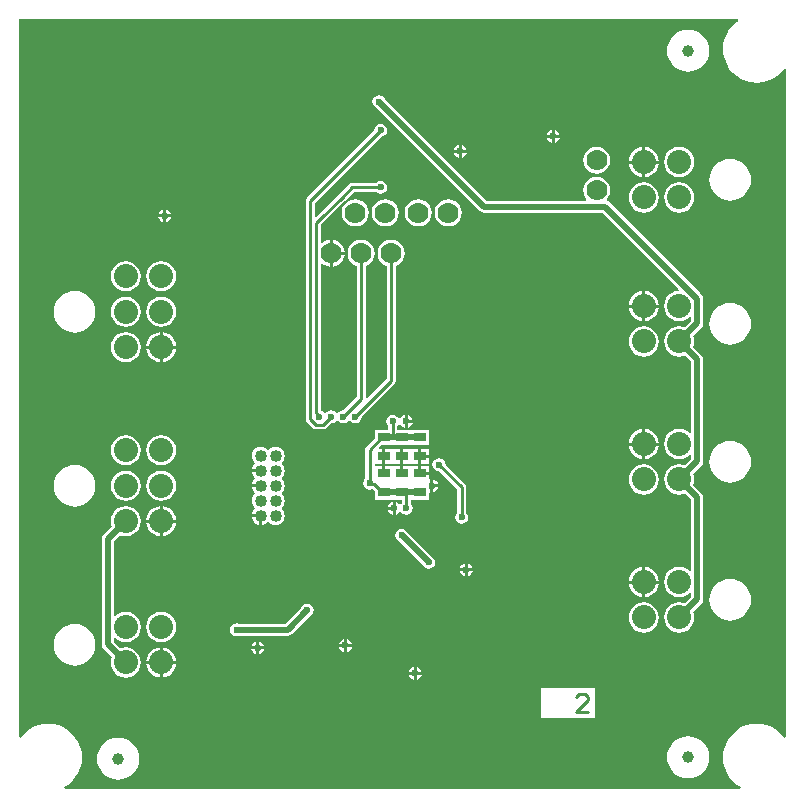
<source format=gbl>
G04*
G04 #@! TF.GenerationSoftware,Altium Limited,Altium Designer,20.1.14 (287)*
G04*
G04 Layer_Physical_Order=2*
G04 Layer_Color=16711680*
%FSLAX25Y25*%
%MOIN*%
G70*
G04*
G04 #@! TF.SameCoordinates,9EA74FF0-E2A0-47AC-9F38-8029312ED962*
G04*
G04*
G04 #@! TF.FilePolarity,Positive*
G04*
G01*
G75*
%ADD11C,0.01000*%
%ADD44C,0.03937*%
%ADD45R,0.04000X0.03000*%
%ADD56C,0.02000*%
%ADD57C,0.08000*%
%ADD58C,0.04000*%
%ADD59C,0.07000*%
%ADD60C,0.02362*%
G36*
X591682Y397019D02*
X591227Y396740D01*
X589881Y395590D01*
X588731Y394243D01*
X587805Y392733D01*
X587128Y391097D01*
X586714Y389376D01*
X586576Y387610D01*
X586714Y385845D01*
X587128Y384123D01*
X587805Y382487D01*
X588731Y380977D01*
X589881Y379631D01*
X591227Y378481D01*
X592737Y377555D01*
X594373Y376878D01*
X596095Y376464D01*
X597860Y376325D01*
X599626Y376464D01*
X601347Y376878D01*
X602983Y377555D01*
X604493Y378481D01*
X605840Y379631D01*
X606990Y380977D01*
X607019Y381024D01*
X607500Y380889D01*
Y158111D01*
X607019Y157976D01*
X606990Y158023D01*
X605840Y159369D01*
X604493Y160519D01*
X602983Y161445D01*
X601347Y162122D01*
X599626Y162536D01*
X597860Y162674D01*
X596095Y162536D01*
X594373Y162122D01*
X592737Y161445D01*
X591227Y160519D01*
X589881Y159369D01*
X588731Y158023D01*
X587805Y156513D01*
X587128Y154877D01*
X586714Y153155D01*
X586576Y151390D01*
X586714Y149624D01*
X587128Y147903D01*
X587805Y146267D01*
X588731Y144757D01*
X589881Y143410D01*
X591227Y142260D01*
X592468Y141500D01*
X592327Y141000D01*
X367173D01*
X367032Y141500D01*
X368273Y142260D01*
X369619Y143410D01*
X370769Y144757D01*
X371695Y146267D01*
X372372Y147903D01*
X372786Y149624D01*
X372924Y151390D01*
X372786Y153155D01*
X372372Y154877D01*
X371695Y156513D01*
X370769Y158023D01*
X369619Y159369D01*
X368273Y160519D01*
X366763Y161445D01*
X365127Y162122D01*
X363405Y162536D01*
X361640Y162674D01*
X359874Y162536D01*
X358153Y162122D01*
X356517Y161445D01*
X355007Y160519D01*
X353660Y159369D01*
X352510Y158023D01*
X352481Y157976D01*
X352000Y158111D01*
Y397500D01*
X591547D01*
X591682Y397019D01*
D02*
G37*
%LPC*%
G36*
X575000Y394034D02*
X573628Y393899D01*
X572308Y393498D01*
X571092Y392848D01*
X570026Y391974D01*
X569152Y390908D01*
X568502Y389692D01*
X568101Y388372D01*
X567966Y387000D01*
X568101Y385628D01*
X568502Y384308D01*
X569152Y383092D01*
X570026Y382026D01*
X571092Y381152D01*
X572308Y380502D01*
X573628Y380101D01*
X575000Y379966D01*
X576372Y380101D01*
X577692Y380502D01*
X578908Y381152D01*
X579974Y382026D01*
X580848Y383092D01*
X581498Y384308D01*
X581899Y385628D01*
X582034Y387000D01*
X581899Y388372D01*
X581498Y389692D01*
X580848Y390908D01*
X579974Y391974D01*
X578908Y392848D01*
X577692Y393498D01*
X576372Y393899D01*
X575000Y394034D01*
D02*
G37*
G36*
X530500Y360624D02*
Y359000D01*
X532124D01*
X532055Y359351D01*
X531572Y360072D01*
X530851Y360555D01*
X530500Y360624D01*
D02*
G37*
G36*
X529500D02*
X529149Y360555D01*
X528428Y360072D01*
X527945Y359351D01*
X527876Y359000D01*
X529500D01*
Y360624D01*
D02*
G37*
G36*
X472500Y362724D02*
X471649Y362555D01*
X470927Y362072D01*
X470445Y361351D01*
X470276Y360500D01*
X470286Y360449D01*
X447919Y338081D01*
X447587Y337585D01*
X447471Y337000D01*
Y264208D01*
X447587Y263623D01*
X447919Y263127D01*
X449808Y261238D01*
X450304Y260906D01*
X450889Y260789D01*
X453319D01*
X453904Y260906D01*
X454400Y261238D01*
X455949Y262786D01*
X456000Y262776D01*
X456851Y262945D01*
X457573Y263427D01*
X457750Y263693D01*
X458250D01*
X458427Y263427D01*
X459149Y262945D01*
X460000Y262776D01*
X460851Y262945D01*
X461573Y263427D01*
X461750Y263693D01*
X462250D01*
X462428Y263427D01*
X463149Y262945D01*
X464000Y262776D01*
X464851Y262945D01*
X465573Y263427D01*
X466055Y264149D01*
X466224Y265000D01*
X466214Y265051D01*
X477081Y275919D01*
X477413Y276415D01*
X477529Y277000D01*
Y315263D01*
X478269Y315569D01*
X479209Y316291D01*
X479931Y317231D01*
X480384Y318325D01*
X480539Y319500D01*
X480384Y320675D01*
X479931Y321769D01*
X479209Y322709D01*
X478269Y323431D01*
X477175Y323884D01*
X476000Y324039D01*
X474825Y323884D01*
X473731Y323431D01*
X472791Y322709D01*
X472069Y321769D01*
X471616Y320675D01*
X471461Y319500D01*
X471616Y318325D01*
X472069Y317231D01*
X472791Y316291D01*
X473731Y315569D01*
X474471Y315263D01*
Y277634D01*
X468029Y271192D01*
X467529Y271399D01*
Y315263D01*
X468269Y315569D01*
X469209Y316291D01*
X469931Y317231D01*
X470384Y318325D01*
X470539Y319500D01*
X470384Y320675D01*
X469931Y321769D01*
X469209Y322709D01*
X468269Y323431D01*
X467175Y323884D01*
X466000Y324039D01*
X464825Y323884D01*
X463731Y323431D01*
X462791Y322709D01*
X462069Y321769D01*
X461616Y320675D01*
X461461Y319500D01*
X461616Y318325D01*
X462069Y317231D01*
X462791Y316291D01*
X463731Y315569D01*
X464471Y315263D01*
Y271634D01*
X460051Y267214D01*
X460000Y267224D01*
X459149Y267055D01*
X458427Y266572D01*
X458250Y266307D01*
X457750D01*
X457573Y266572D01*
X456851Y267055D01*
X456000Y267224D01*
X455149Y267055D01*
X454427Y266572D01*
X454250Y266307D01*
X453750D01*
X453573Y266572D01*
X452851Y267055D01*
X452529Y267119D01*
Y315861D01*
X453029Y316107D01*
X453731Y315569D01*
X454825Y315116D01*
X455500Y315027D01*
Y319500D01*
Y323973D01*
X454825Y323884D01*
X453731Y323431D01*
X453029Y322893D01*
X452529Y323139D01*
Y328867D01*
X454081Y330419D01*
X454081Y330419D01*
X460581Y336918D01*
X460581Y336919D01*
X463633Y339971D01*
X470899D01*
X470927Y339928D01*
X471649Y339445D01*
X472500Y339276D01*
X473351Y339445D01*
X474073Y339928D01*
X474555Y340649D01*
X474724Y341500D01*
X474555Y342351D01*
X474073Y343073D01*
X473351Y343555D01*
X472500Y343724D01*
X471649Y343555D01*
X470927Y343073D01*
X470899Y343029D01*
X463000D01*
X462415Y342913D01*
X461919Y342581D01*
X458419Y339082D01*
X458419Y339081D01*
X451919Y332581D01*
X451919Y332581D01*
X450991Y331654D01*
X450529Y331846D01*
Y336367D01*
X472449Y358286D01*
X472500Y358276D01*
X473351Y358445D01*
X474073Y358927D01*
X474555Y359649D01*
X474724Y360500D01*
X474555Y361351D01*
X474073Y362072D01*
X473351Y362555D01*
X472500Y362724D01*
D02*
G37*
G36*
X532124Y358000D02*
X530500D01*
Y356376D01*
X530851Y356445D01*
X531572Y356927D01*
X532055Y357649D01*
X532124Y358000D01*
D02*
G37*
G36*
X529500D02*
X527876D01*
X527945Y357649D01*
X528428Y356927D01*
X529149Y356445D01*
X529500Y356376D01*
Y358000D01*
D02*
G37*
G36*
X499500Y355624D02*
Y354000D01*
X501124D01*
X501055Y354351D01*
X500572Y355072D01*
X499851Y355555D01*
X499500Y355624D01*
D02*
G37*
G36*
X498500D02*
X498149Y355555D01*
X497428Y355072D01*
X496945Y354351D01*
X496876Y354000D01*
X498500D01*
Y355624D01*
D02*
G37*
G36*
X501124Y353000D02*
X499500D01*
Y351376D01*
X499851Y351445D01*
X500572Y351927D01*
X501055Y352649D01*
X501124Y353000D01*
D02*
G37*
G36*
X498500D02*
X496876D01*
X496945Y352649D01*
X497428Y351927D01*
X498149Y351445D01*
X498500Y351376D01*
Y353000D01*
D02*
G37*
G36*
X560681Y354883D02*
Y350406D01*
X565158D01*
X565052Y351211D01*
X564549Y352427D01*
X563747Y353471D01*
X562703Y354273D01*
X561486Y354777D01*
X560681Y354883D01*
D02*
G37*
G36*
X559681Y354883D02*
X558876Y354777D01*
X557659Y354273D01*
X556615Y353471D01*
X555814Y352427D01*
X555310Y351211D01*
X555204Y350406D01*
X559681D01*
Y354883D01*
D02*
G37*
G36*
X544500Y355039D02*
X543325Y354884D01*
X542231Y354431D01*
X541291Y353709D01*
X540569Y352769D01*
X540116Y351675D01*
X539961Y350500D01*
X540116Y349325D01*
X540569Y348231D01*
X541291Y347291D01*
X542231Y346569D01*
X543325Y346116D01*
X544500Y345961D01*
X545675Y346116D01*
X546769Y346569D01*
X547709Y347291D01*
X548431Y348231D01*
X548884Y349325D01*
X549039Y350500D01*
X548884Y351675D01*
X548431Y352769D01*
X547709Y353709D01*
X546769Y354431D01*
X545675Y354884D01*
X544500Y355039D01*
D02*
G37*
G36*
X565158Y349406D02*
X560681D01*
Y344928D01*
X561486Y345034D01*
X562703Y345538D01*
X563747Y346340D01*
X564549Y347384D01*
X565052Y348600D01*
X565158Y349406D01*
D02*
G37*
G36*
X559681D02*
X555204D01*
X555310Y348600D01*
X555814Y347384D01*
X556615Y346340D01*
X557659Y345538D01*
X558876Y345034D01*
X559681Y344928D01*
Y349406D01*
D02*
G37*
G36*
X572000Y354949D02*
X570695Y354777D01*
X569478Y354273D01*
X568434Y353471D01*
X567632Y352427D01*
X567129Y351211D01*
X566957Y349905D01*
X567129Y348600D01*
X567632Y347384D01*
X568434Y346340D01*
X569478Y345538D01*
X570695Y345034D01*
X572000Y344862D01*
X573305Y345034D01*
X574522Y345538D01*
X575566Y346340D01*
X576368Y347384D01*
X576871Y348600D01*
X577043Y349905D01*
X576871Y351211D01*
X576368Y352427D01*
X575566Y353471D01*
X574522Y354273D01*
X573305Y354777D01*
X572000Y354949D01*
D02*
G37*
G36*
X589000Y350939D02*
X587646Y350806D01*
X586345Y350411D01*
X585145Y349769D01*
X584093Y348907D01*
X583230Y347855D01*
X582589Y346655D01*
X582194Y345354D01*
X582061Y344000D01*
X582194Y342646D01*
X582589Y341345D01*
X583230Y340145D01*
X584093Y339093D01*
X585145Y338230D01*
X586345Y337589D01*
X587646Y337194D01*
X589000Y337061D01*
X590354Y337194D01*
X591655Y337589D01*
X592855Y338230D01*
X593907Y339093D01*
X594769Y340145D01*
X595411Y341345D01*
X595806Y342646D01*
X595939Y344000D01*
X595806Y345354D01*
X595411Y346655D01*
X594769Y347855D01*
X593907Y348907D01*
X592855Y349769D01*
X591655Y350411D01*
X590354Y350806D01*
X589000Y350939D01*
D02*
G37*
G36*
X560181Y343138D02*
X558876Y342966D01*
X557659Y342462D01*
X556615Y341660D01*
X555814Y340616D01*
X555310Y339400D01*
X555138Y338094D01*
X555310Y336789D01*
X555814Y335573D01*
X556615Y334528D01*
X557659Y333727D01*
X558876Y333223D01*
X560181Y333051D01*
X561486Y333223D01*
X562703Y333727D01*
X563747Y334528D01*
X564549Y335573D01*
X565052Y336789D01*
X565224Y338094D01*
X565052Y339400D01*
X564549Y340616D01*
X563747Y341660D01*
X562703Y342462D01*
X561486Y342966D01*
X560181Y343138D01*
D02*
G37*
G36*
X572000Y343138D02*
X570695Y342966D01*
X569478Y342462D01*
X568434Y341660D01*
X567632Y340616D01*
X567129Y339400D01*
X566957Y338094D01*
X567129Y336789D01*
X567632Y335573D01*
X568434Y334528D01*
X569478Y333727D01*
X570695Y333223D01*
X572000Y333051D01*
X573305Y333223D01*
X574522Y333727D01*
X575566Y334528D01*
X576368Y335573D01*
X576871Y336789D01*
X577043Y338094D01*
X576871Y339400D01*
X576368Y340616D01*
X575566Y341660D01*
X574522Y342462D01*
X573305Y342966D01*
X572000Y343138D01*
D02*
G37*
G36*
X401000Y334124D02*
Y332500D01*
X402624D01*
X402555Y332851D01*
X402072Y333573D01*
X401351Y334055D01*
X401000Y334124D01*
D02*
G37*
G36*
X400000D02*
X399649Y334055D01*
X398927Y333573D01*
X398445Y332851D01*
X398376Y332500D01*
X400000D01*
Y334124D01*
D02*
G37*
G36*
X402624Y331500D02*
X401000D01*
Y329876D01*
X401351Y329945D01*
X402072Y330428D01*
X402555Y331149D01*
X402624Y331500D01*
D02*
G37*
G36*
X400000D02*
X398376D01*
X398445Y331149D01*
X398927Y330428D01*
X399649Y329945D01*
X400000Y329876D01*
Y331500D01*
D02*
G37*
G36*
X495000Y337539D02*
X493825Y337384D01*
X492731Y336931D01*
X491791Y336209D01*
X491069Y335269D01*
X490616Y334175D01*
X490461Y333000D01*
X490616Y331825D01*
X491069Y330731D01*
X491791Y329791D01*
X492731Y329069D01*
X493825Y328616D01*
X495000Y328461D01*
X496175Y328616D01*
X497269Y329069D01*
X498209Y329791D01*
X498931Y330731D01*
X499384Y331825D01*
X499539Y333000D01*
X499384Y334175D01*
X498931Y335269D01*
X498209Y336209D01*
X497269Y336931D01*
X496175Y337384D01*
X495000Y337539D01*
D02*
G37*
G36*
X485000D02*
X483825Y337384D01*
X482731Y336931D01*
X481791Y336209D01*
X481069Y335269D01*
X480616Y334175D01*
X480461Y333000D01*
X480616Y331825D01*
X481069Y330731D01*
X481791Y329791D01*
X482731Y329069D01*
X483825Y328616D01*
X485000Y328461D01*
X486175Y328616D01*
X487269Y329069D01*
X488209Y329791D01*
X488931Y330731D01*
X489384Y331825D01*
X489539Y333000D01*
X489384Y334175D01*
X488931Y335269D01*
X488209Y336209D01*
X487269Y336931D01*
X486175Y337384D01*
X485000Y337539D01*
D02*
G37*
G36*
X474000D02*
X472825Y337384D01*
X471731Y336931D01*
X470791Y336209D01*
X470069Y335269D01*
X469616Y334175D01*
X469461Y333000D01*
X469616Y331825D01*
X470069Y330731D01*
X470791Y329791D01*
X471731Y329069D01*
X472825Y328616D01*
X474000Y328461D01*
X475175Y328616D01*
X476269Y329069D01*
X477209Y329791D01*
X477931Y330731D01*
X478384Y331825D01*
X478539Y333000D01*
X478384Y334175D01*
X477931Y335269D01*
X477209Y336209D01*
X476269Y336931D01*
X475175Y337384D01*
X474000Y337539D01*
D02*
G37*
G36*
X464000D02*
X462825Y337384D01*
X461731Y336931D01*
X460791Y336209D01*
X460069Y335269D01*
X459616Y334175D01*
X459461Y333000D01*
X459616Y331825D01*
X460069Y330731D01*
X460791Y329791D01*
X461731Y329069D01*
X462825Y328616D01*
X464000Y328461D01*
X465175Y328616D01*
X466269Y329069D01*
X467209Y329791D01*
X467931Y330731D01*
X468384Y331825D01*
X468539Y333000D01*
X468384Y334175D01*
X467931Y335269D01*
X467209Y336209D01*
X466269Y336931D01*
X465175Y337384D01*
X464000Y337539D01*
D02*
G37*
G36*
X456500Y323973D02*
Y320000D01*
X460473D01*
X460384Y320675D01*
X459931Y321769D01*
X459209Y322709D01*
X458269Y323431D01*
X457175Y323884D01*
X456500Y323973D01*
D02*
G37*
G36*
X460473Y319000D02*
X456500D01*
Y315027D01*
X457175Y315116D01*
X458269Y315569D01*
X459209Y316291D01*
X459931Y317231D01*
X460384Y318325D01*
X460473Y319000D01*
D02*
G37*
G36*
X399319Y316854D02*
X398014Y316682D01*
X396797Y316178D01*
X395753Y315377D01*
X394951Y314333D01*
X394448Y313116D01*
X394276Y311811D01*
X394448Y310506D01*
X394951Y309289D01*
X395753Y308245D01*
X396797Y307443D01*
X398014Y306940D01*
X399319Y306768D01*
X400624Y306940D01*
X401840Y307443D01*
X402885Y308245D01*
X403686Y309289D01*
X404190Y310506D01*
X404362Y311811D01*
X404190Y313116D01*
X403686Y314333D01*
X402885Y315377D01*
X401840Y316178D01*
X400624Y316682D01*
X399319Y316854D01*
D02*
G37*
G36*
X387500D02*
X386195Y316682D01*
X384978Y316178D01*
X383934Y315377D01*
X383133Y314333D01*
X382629Y313116D01*
X382457Y311811D01*
X382629Y310506D01*
X383133Y309289D01*
X383934Y308245D01*
X384978Y307443D01*
X386195Y306940D01*
X387500Y306768D01*
X388805Y306940D01*
X390022Y307443D01*
X391066Y308245D01*
X391867Y309289D01*
X392371Y310506D01*
X392543Y311811D01*
X392371Y313116D01*
X391867Y314333D01*
X391066Y315377D01*
X390022Y316178D01*
X388805Y316682D01*
X387500Y316854D01*
D02*
G37*
G36*
X560681Y306883D02*
Y302406D01*
X565158D01*
X565052Y303211D01*
X564549Y304427D01*
X563747Y305472D01*
X562703Y306273D01*
X561486Y306777D01*
X560681Y306883D01*
D02*
G37*
G36*
X559681Y306883D02*
X558876Y306777D01*
X557659Y306273D01*
X556615Y305472D01*
X555814Y304427D01*
X555310Y303211D01*
X555204Y302406D01*
X559681D01*
Y306883D01*
D02*
G37*
G36*
X565158Y301406D02*
X560681D01*
Y296928D01*
X561486Y297034D01*
X562703Y297538D01*
X563747Y298340D01*
X564549Y299384D01*
X565052Y300600D01*
X565158Y301406D01*
D02*
G37*
G36*
X559681D02*
X555204D01*
X555310Y300600D01*
X555814Y299384D01*
X556615Y298340D01*
X557659Y297538D01*
X558876Y297034D01*
X559681Y296928D01*
Y301406D01*
D02*
G37*
G36*
X399319Y305043D02*
X398014Y304871D01*
X396797Y304367D01*
X395753Y303566D01*
X394951Y302522D01*
X394448Y301305D01*
X394276Y300000D01*
X394448Y298695D01*
X394951Y297478D01*
X395753Y296434D01*
X396797Y295633D01*
X398014Y295129D01*
X399319Y294957D01*
X400624Y295129D01*
X401840Y295633D01*
X402885Y296434D01*
X403686Y297478D01*
X404190Y298695D01*
X404362Y300000D01*
X404190Y301305D01*
X403686Y302522D01*
X402885Y303566D01*
X401840Y304367D01*
X400624Y304871D01*
X399319Y305043D01*
D02*
G37*
G36*
X387500D02*
X386195Y304871D01*
X384978Y304367D01*
X383934Y303566D01*
X383133Y302522D01*
X382629Y301305D01*
X382457Y300000D01*
X382629Y298695D01*
X383133Y297478D01*
X383934Y296434D01*
X384978Y295633D01*
X386195Y295129D01*
X387500Y294957D01*
X388805Y295129D01*
X390022Y295633D01*
X391066Y296434D01*
X391867Y297478D01*
X392371Y298695D01*
X392543Y300000D01*
X392371Y301305D01*
X391867Y302522D01*
X391066Y303566D01*
X390022Y304367D01*
X388805Y304871D01*
X387500Y305043D01*
D02*
G37*
G36*
X472000Y372224D02*
X471149Y372055D01*
X470428Y371572D01*
X469945Y370851D01*
X469776Y370000D01*
X469945Y369149D01*
X470428Y368427D01*
X471149Y367945D01*
X471176Y367940D01*
X505558Y333558D01*
X505558Y333558D01*
X506220Y333116D01*
X507000Y332961D01*
X546546D01*
X572109Y307398D01*
X571869Y306931D01*
X570695Y306777D01*
X569478Y306273D01*
X568434Y305472D01*
X567632Y304427D01*
X567129Y303211D01*
X566957Y301905D01*
X567129Y300600D01*
X567632Y299384D01*
X568434Y298340D01*
X569478Y297538D01*
X570695Y297034D01*
X572000Y296862D01*
X573305Y297034D01*
X574522Y297538D01*
X575461Y298259D01*
X575961Y298099D01*
Y296939D01*
X573788Y294766D01*
X573305Y294966D01*
X572000Y295138D01*
X570695Y294966D01*
X569478Y294462D01*
X568434Y293660D01*
X567632Y292616D01*
X567129Y291400D01*
X566957Y290094D01*
X567129Y288789D01*
X567632Y287573D01*
X568434Y286528D01*
X569478Y285727D01*
X570695Y285223D01*
X572000Y285051D01*
X573305Y285223D01*
X573788Y285423D01*
X575961Y283250D01*
Y259712D01*
X575461Y259552D01*
X574522Y260273D01*
X573305Y260777D01*
X572000Y260949D01*
X570695Y260777D01*
X569478Y260273D01*
X568434Y259472D01*
X567632Y258427D01*
X567129Y257211D01*
X566957Y255906D01*
X567129Y254600D01*
X567632Y253384D01*
X568434Y252340D01*
X569478Y251538D01*
X570695Y251034D01*
X572000Y250862D01*
X573305Y251034D01*
X574522Y251538D01*
X575461Y252259D01*
X575961Y252099D01*
Y250939D01*
X573788Y248766D01*
X573305Y248966D01*
X572000Y249138D01*
X570695Y248966D01*
X569478Y248462D01*
X568434Y247660D01*
X567632Y246616D01*
X567129Y245400D01*
X566957Y244094D01*
X567129Y242789D01*
X567632Y241573D01*
X568434Y240528D01*
X569478Y239727D01*
X570695Y239223D01*
X572000Y239051D01*
X573305Y239223D01*
X573788Y239423D01*
X575961Y237250D01*
Y213712D01*
X575461Y213552D01*
X574522Y214273D01*
X573305Y214777D01*
X572000Y214949D01*
X570695Y214777D01*
X569478Y214273D01*
X568434Y213472D01*
X567632Y212427D01*
X567129Y211211D01*
X566957Y209906D01*
X567129Y208600D01*
X567632Y207384D01*
X568434Y206340D01*
X569478Y205538D01*
X570695Y205034D01*
X572000Y204862D01*
X573305Y205034D01*
X574522Y205538D01*
X575461Y206259D01*
X575961Y206099D01*
Y204939D01*
X573788Y202766D01*
X573305Y202966D01*
X572000Y203138D01*
X570695Y202966D01*
X569478Y202462D01*
X568434Y201660D01*
X567632Y200616D01*
X567129Y199400D01*
X566957Y198094D01*
X567129Y196789D01*
X567632Y195573D01*
X568434Y194528D01*
X569478Y193727D01*
X570695Y193223D01*
X572000Y193051D01*
X573305Y193223D01*
X574522Y193727D01*
X575566Y194528D01*
X576368Y195573D01*
X576871Y196789D01*
X577043Y198094D01*
X576871Y199400D01*
X576672Y199882D01*
X579442Y202653D01*
X579884Y203314D01*
X580039Y204095D01*
Y238094D01*
X579884Y238875D01*
X579442Y239536D01*
X576672Y242307D01*
X576871Y242789D01*
X577043Y244094D01*
X576871Y245400D01*
X576672Y245882D01*
X579442Y248653D01*
X579884Y249314D01*
X580039Y250095D01*
Y284095D01*
X579884Y284875D01*
X579442Y285536D01*
X576672Y288307D01*
X576871Y288789D01*
X577043Y290094D01*
X576871Y291400D01*
X576672Y291882D01*
X579442Y294653D01*
X579884Y295314D01*
X580039Y296094D01*
Y304391D01*
X579884Y305171D01*
X579442Y305833D01*
X548833Y336442D01*
X548171Y336884D01*
X548025Y336913D01*
X547977Y336971D01*
X547839Y337460D01*
X548431Y338231D01*
X548884Y339325D01*
X549039Y340500D01*
X548884Y341675D01*
X548431Y342769D01*
X547709Y343709D01*
X546769Y344431D01*
X545675Y344884D01*
X544500Y345039D01*
X543325Y344884D01*
X542231Y344431D01*
X541291Y343709D01*
X540569Y342769D01*
X540116Y341675D01*
X539961Y340500D01*
X540116Y339325D01*
X540569Y338231D01*
X541100Y337539D01*
X540853Y337039D01*
X507845D01*
X474060Y370824D01*
X474055Y370851D01*
X473572Y371572D01*
X472851Y372055D01*
X472000Y372224D01*
D02*
G37*
G36*
X370500Y306939D02*
X369146Y306806D01*
X367845Y306411D01*
X366645Y305769D01*
X365593Y304907D01*
X364731Y303855D01*
X364089Y302655D01*
X363694Y301354D01*
X363561Y300000D01*
X363694Y298646D01*
X364089Y297345D01*
X364731Y296145D01*
X365593Y295093D01*
X366645Y294231D01*
X367845Y293589D01*
X369146Y293194D01*
X370500Y293061D01*
X371854Y293194D01*
X373155Y293589D01*
X374355Y294231D01*
X375407Y295093D01*
X376270Y296145D01*
X376911Y297345D01*
X377306Y298646D01*
X377439Y300000D01*
X377306Y301354D01*
X376911Y302655D01*
X376270Y303855D01*
X375407Y304907D01*
X374355Y305769D01*
X373155Y306411D01*
X371854Y306806D01*
X370500Y306939D01*
D02*
G37*
G36*
X589000Y302939D02*
X587646Y302806D01*
X586345Y302411D01*
X585145Y301769D01*
X584093Y300907D01*
X583230Y299855D01*
X582589Y298655D01*
X582194Y297354D01*
X582061Y296000D01*
X582194Y294646D01*
X582589Y293345D01*
X583230Y292145D01*
X584093Y291093D01*
X585145Y290230D01*
X586345Y289589D01*
X587646Y289194D01*
X589000Y289061D01*
X590354Y289194D01*
X591655Y289589D01*
X592855Y290230D01*
X593907Y291093D01*
X594769Y292145D01*
X595411Y293345D01*
X595806Y294646D01*
X595939Y296000D01*
X595806Y297354D01*
X595411Y298655D01*
X594769Y299855D01*
X593907Y300907D01*
X592855Y301769D01*
X591655Y302411D01*
X590354Y302806D01*
X589000Y302939D01*
D02*
G37*
G36*
X399819Y293166D02*
Y288689D01*
X404296D01*
X404190Y289494D01*
X403686Y290711D01*
X402885Y291755D01*
X401840Y292557D01*
X400624Y293060D01*
X399819Y293166D01*
D02*
G37*
G36*
X398819Y293166D02*
X398014Y293060D01*
X396797Y292557D01*
X395753Y291755D01*
X394951Y290711D01*
X394448Y289494D01*
X394342Y288689D01*
X398819D01*
Y293166D01*
D02*
G37*
G36*
X560181Y295138D02*
X558876Y294966D01*
X557659Y294462D01*
X556615Y293660D01*
X555814Y292616D01*
X555310Y291400D01*
X555138Y290094D01*
X555310Y288789D01*
X555814Y287573D01*
X556615Y286528D01*
X557659Y285727D01*
X558876Y285223D01*
X560181Y285051D01*
X561486Y285223D01*
X562703Y285727D01*
X563747Y286528D01*
X564549Y287573D01*
X565052Y288789D01*
X565224Y290094D01*
X565052Y291400D01*
X564549Y292616D01*
X563747Y293660D01*
X562703Y294462D01*
X561486Y294966D01*
X560181Y295138D01*
D02*
G37*
G36*
X398819Y287689D02*
X394342D01*
X394448Y286884D01*
X394951Y285667D01*
X395753Y284623D01*
X396797Y283822D01*
X398014Y283318D01*
X398819Y283212D01*
Y287689D01*
D02*
G37*
G36*
X404296D02*
X399819D01*
Y283212D01*
X400624Y283318D01*
X401840Y283822D01*
X402885Y284623D01*
X403686Y285667D01*
X404190Y286884D01*
X404296Y287689D01*
D02*
G37*
G36*
X387500Y293232D02*
X386195Y293060D01*
X384978Y292557D01*
X383934Y291755D01*
X383133Y290711D01*
X382629Y289494D01*
X382457Y288189D01*
X382629Y286884D01*
X383133Y285667D01*
X383934Y284623D01*
X384978Y283822D01*
X386195Y283318D01*
X387500Y283146D01*
X388805Y283318D01*
X390022Y283822D01*
X391066Y284623D01*
X391867Y285667D01*
X392371Y286884D01*
X392543Y288189D01*
X392371Y289494D01*
X391867Y290711D01*
X391066Y291755D01*
X390022Y292557D01*
X388805Y293060D01*
X387500Y293232D01*
D02*
G37*
G36*
X481500Y265624D02*
Y264000D01*
X483124D01*
X483054Y264351D01*
X482573Y265072D01*
X481851Y265555D01*
X481500Y265624D01*
D02*
G37*
G36*
X483124Y263000D02*
X481500D01*
Y261376D01*
X481851Y261445D01*
X482573Y261928D01*
X483054Y262649D01*
X483124Y263000D01*
D02*
G37*
G36*
X476500Y265724D02*
X475649Y265555D01*
X474928Y265072D01*
X474445Y264351D01*
X474276Y263500D01*
X474445Y262649D01*
X474928Y261928D01*
X474971Y261899D01*
Y260624D01*
X470500D01*
Y257786D01*
X467774Y255060D01*
X467442Y254564D01*
X467326Y253979D01*
Y244456D01*
X467283Y244428D01*
X466801Y243706D01*
X466631Y242855D01*
X466801Y242004D01*
X467283Y241283D01*
X468004Y240801D01*
X468855Y240631D01*
X469706Y240801D01*
X469830Y240883D01*
X470500Y240213D01*
Y237376D01*
X479471D01*
Y236101D01*
X479427Y236072D01*
X479247Y235802D01*
X478747D01*
X478573Y236063D01*
X477851Y236545D01*
X477500Y236615D01*
Y234490D01*
Y232366D01*
X477851Y232436D01*
X478573Y232918D01*
X478753Y233188D01*
X479253D01*
X479427Y232927D01*
X480149Y232445D01*
X481000Y232276D01*
X481851Y232445D01*
X482573Y232927D01*
X483055Y233649D01*
X483224Y234500D01*
X483055Y235351D01*
X482573Y236072D01*
X482529Y236101D01*
Y237376D01*
X488500D01*
Y239570D01*
X489000Y239918D01*
X489082Y239901D01*
Y242026D01*
Y244150D01*
X489000Y244134D01*
X488500Y244481D01*
Y245624D01*
X485500D01*
Y246124D01*
X485000D01*
Y248624D01*
X480000D01*
Y246124D01*
X479000D01*
Y248624D01*
X474000D01*
Y246124D01*
X473000D01*
Y248624D01*
X470750D01*
X470533Y249000D01*
X470750Y249376D01*
X473000D01*
Y251876D01*
Y254376D01*
X472069D01*
X471878Y254838D01*
X472663Y255624D01*
X488500D01*
Y260624D01*
X478029D01*
Y261899D01*
X478073Y261928D01*
X478472Y262526D01*
X478591Y262557D01*
X478909D01*
X479028Y262526D01*
X479427Y261928D01*
X480149Y261445D01*
X480500Y261376D01*
Y263500D01*
Y265624D01*
X480149Y265555D01*
X479427Y265072D01*
X479028Y264474D01*
X478909Y264443D01*
X478591D01*
X478472Y264474D01*
X478073Y265072D01*
X477351Y265555D01*
X476500Y265724D01*
D02*
G37*
G36*
X560681Y260883D02*
Y256405D01*
X565158D01*
X565052Y257211D01*
X564549Y258427D01*
X563747Y259472D01*
X562703Y260273D01*
X561486Y260777D01*
X560681Y260883D01*
D02*
G37*
G36*
X559681Y260883D02*
X558876Y260777D01*
X557659Y260273D01*
X556615Y259472D01*
X555814Y258427D01*
X555310Y257211D01*
X555204Y256405D01*
X559681D01*
Y260883D01*
D02*
G37*
G36*
X437500Y255026D02*
X436717Y254923D01*
X435987Y254621D01*
X435360Y254140D01*
X435250Y253996D01*
X434750D01*
X434640Y254140D01*
X434013Y254621D01*
X433283Y254923D01*
X432500Y255026D01*
X431717Y254923D01*
X430987Y254621D01*
X430360Y254140D01*
X429880Y253513D01*
X429577Y252783D01*
X429474Y252000D01*
X429577Y251217D01*
X429880Y250487D01*
X430360Y249860D01*
X430504Y249750D01*
Y249250D01*
X430360Y249140D01*
X429880Y248513D01*
X429577Y247783D01*
X429540Y247500D01*
X432500D01*
Y246500D01*
X429540D01*
X429577Y246217D01*
X429880Y245487D01*
X430360Y244860D01*
X430504Y244750D01*
Y244250D01*
X430360Y244140D01*
X429880Y243513D01*
X429577Y242783D01*
X429540Y242500D01*
X432500D01*
Y241500D01*
X429540D01*
X429577Y241217D01*
X429880Y240487D01*
X430360Y239860D01*
X430504Y239750D01*
Y239250D01*
X430360Y239140D01*
X429880Y238513D01*
X429577Y237783D01*
X429474Y237000D01*
X429577Y236217D01*
X429880Y235487D01*
X430360Y234860D01*
X430504Y234750D01*
Y234250D01*
X430360Y234140D01*
X429880Y233513D01*
X429577Y232783D01*
X429540Y232500D01*
X432500D01*
Y232000D01*
X433000D01*
Y229040D01*
X433283Y229077D01*
X434013Y229380D01*
X434640Y229860D01*
X434750Y230004D01*
X435250D01*
X435360Y229860D01*
X435987Y229380D01*
X436717Y229077D01*
X437500Y228974D01*
X438283Y229077D01*
X439013Y229380D01*
X439640Y229860D01*
X440121Y230487D01*
X440423Y231217D01*
X440526Y232000D01*
X440423Y232783D01*
X440121Y233513D01*
X439640Y234140D01*
X439496Y234250D01*
Y234750D01*
X439640Y234860D01*
X440121Y235487D01*
X440423Y236217D01*
X440526Y237000D01*
X440423Y237783D01*
X440121Y238513D01*
X439640Y239140D01*
X439496Y239250D01*
Y239750D01*
X439640Y239860D01*
X440121Y240487D01*
X440423Y241217D01*
X440526Y242000D01*
X440423Y242783D01*
X440121Y243513D01*
X439640Y244140D01*
X439496Y244250D01*
Y244750D01*
X439640Y244860D01*
X440121Y245487D01*
X440423Y246217D01*
X440526Y247000D01*
X440423Y247783D01*
X440121Y248513D01*
X439640Y249140D01*
X439496Y249250D01*
Y249750D01*
X439640Y249860D01*
X440121Y250487D01*
X440423Y251217D01*
X440526Y252000D01*
X440423Y252783D01*
X440121Y253513D01*
X439640Y254140D01*
X439013Y254621D01*
X438283Y254923D01*
X437500Y255026D01*
D02*
G37*
G36*
X488500Y254376D02*
X486000D01*
Y252376D01*
X488500D01*
Y254376D01*
D02*
G37*
G36*
X565158Y255405D02*
X560681D01*
Y250928D01*
X561486Y251034D01*
X562703Y251538D01*
X563747Y252340D01*
X564549Y253384D01*
X565052Y254600D01*
X565158Y255405D01*
D02*
G37*
G36*
X559681D02*
X555204D01*
X555310Y254600D01*
X555814Y253384D01*
X556615Y252340D01*
X557659Y251538D01*
X558876Y251034D01*
X559681Y250928D01*
Y255405D01*
D02*
G37*
G36*
X488500Y251376D02*
X486000D01*
Y249376D01*
X488500D01*
Y251376D01*
D02*
G37*
G36*
X485000Y254376D02*
X480000D01*
Y251876D01*
Y249376D01*
X485000D01*
Y251876D01*
Y254376D01*
D02*
G37*
G36*
X479000D02*
X474000D01*
Y251876D01*
Y249376D01*
X479000D01*
Y251876D01*
Y254376D01*
D02*
G37*
G36*
X387500Y258854D02*
X386195Y258682D01*
X384978Y258178D01*
X383934Y257377D01*
X383133Y256333D01*
X382629Y255116D01*
X382457Y253811D01*
X382629Y252506D01*
X383133Y251289D01*
X383934Y250245D01*
X384978Y249444D01*
X386195Y248940D01*
X387500Y248768D01*
X388805Y248940D01*
X390022Y249444D01*
X391066Y250245D01*
X391867Y251289D01*
X392371Y252506D01*
X392543Y253811D01*
X392371Y255116D01*
X391867Y256333D01*
X391066Y257377D01*
X390022Y258178D01*
X388805Y258682D01*
X387500Y258854D01*
D02*
G37*
G36*
X399319Y258854D02*
X398014Y258682D01*
X396797Y258178D01*
X395753Y257377D01*
X394951Y256333D01*
X394448Y255116D01*
X394276Y253811D01*
X394448Y252506D01*
X394951Y251289D01*
X395753Y250245D01*
X396797Y249444D01*
X398014Y248940D01*
X399319Y248768D01*
X400624Y248940D01*
X401840Y249444D01*
X402885Y250245D01*
X403686Y251289D01*
X404190Y252506D01*
X404362Y253811D01*
X404190Y255116D01*
X403686Y256333D01*
X402885Y257377D01*
X401840Y258178D01*
X400624Y258682D01*
X399319Y258854D01*
D02*
G37*
G36*
X486000Y248624D02*
Y246624D01*
X488500D01*
Y248624D01*
X486000D01*
D02*
G37*
G36*
X589000Y256939D02*
X587646Y256806D01*
X586345Y256411D01*
X585145Y255769D01*
X584093Y254907D01*
X583230Y253855D01*
X582589Y252655D01*
X582194Y251354D01*
X582061Y250000D01*
X582194Y248646D01*
X582589Y247345D01*
X583230Y246145D01*
X584093Y245093D01*
X585145Y244231D01*
X586345Y243589D01*
X587646Y243194D01*
X589000Y243061D01*
X590354Y243194D01*
X591655Y243589D01*
X592855Y244231D01*
X593907Y245093D01*
X594769Y246145D01*
X595411Y247345D01*
X595806Y248646D01*
X595939Y250000D01*
X595806Y251354D01*
X595411Y252655D01*
X594769Y253855D01*
X593907Y254907D01*
X592855Y255769D01*
X591655Y256411D01*
X590354Y256806D01*
X589000Y256939D01*
D02*
G37*
G36*
X490082Y244150D02*
Y242526D01*
X491707D01*
X491637Y242877D01*
X491155Y243598D01*
X490433Y244080D01*
X490082Y244150D01*
D02*
G37*
G36*
X491707Y241526D02*
X490082D01*
Y239901D01*
X490433Y239971D01*
X491155Y240453D01*
X491637Y241175D01*
X491707Y241526D01*
D02*
G37*
G36*
X560181Y249138D02*
X558876Y248966D01*
X557659Y248462D01*
X556615Y247660D01*
X555814Y246616D01*
X555310Y245400D01*
X555138Y244094D01*
X555310Y242789D01*
X555814Y241573D01*
X556615Y240528D01*
X557659Y239727D01*
X558876Y239223D01*
X560181Y239051D01*
X561486Y239223D01*
X562703Y239727D01*
X563747Y240528D01*
X564549Y241573D01*
X565052Y242789D01*
X565224Y244094D01*
X565052Y245400D01*
X564549Y246616D01*
X563747Y247660D01*
X562703Y248462D01*
X561486Y248966D01*
X560181Y249138D01*
D02*
G37*
G36*
X399319Y247043D02*
X398014Y246871D01*
X396797Y246368D01*
X395753Y245566D01*
X394951Y244522D01*
X394448Y243305D01*
X394276Y242000D01*
X394448Y240695D01*
X394951Y239478D01*
X395753Y238434D01*
X396797Y237632D01*
X398014Y237129D01*
X399319Y236957D01*
X400624Y237129D01*
X401840Y237632D01*
X402885Y238434D01*
X403686Y239478D01*
X404190Y240695D01*
X404362Y242000D01*
X404190Y243305D01*
X403686Y244522D01*
X402885Y245566D01*
X401840Y246368D01*
X400624Y246871D01*
X399319Y247043D01*
D02*
G37*
G36*
X387500D02*
X386195Y246871D01*
X384978Y246368D01*
X383934Y245566D01*
X383133Y244522D01*
X382629Y243305D01*
X382457Y242000D01*
X382629Y240695D01*
X383133Y239478D01*
X383934Y238434D01*
X384978Y237632D01*
X386195Y237129D01*
X387500Y236957D01*
X388805Y237129D01*
X390022Y237632D01*
X391066Y238434D01*
X391867Y239478D01*
X392371Y240695D01*
X392543Y242000D01*
X392371Y243305D01*
X391867Y244522D01*
X391066Y245566D01*
X390022Y246368D01*
X388805Y246871D01*
X387500Y247043D01*
D02*
G37*
G36*
X370500Y248939D02*
X369146Y248806D01*
X367845Y248411D01*
X366645Y247769D01*
X365593Y246907D01*
X364731Y245855D01*
X364089Y244655D01*
X363694Y243354D01*
X363561Y242000D01*
X363694Y240646D01*
X364089Y239345D01*
X364731Y238145D01*
X365593Y237093D01*
X366645Y236230D01*
X367845Y235589D01*
X369146Y235194D01*
X370500Y235061D01*
X371854Y235194D01*
X373155Y235589D01*
X374355Y236230D01*
X375407Y237093D01*
X376270Y238145D01*
X376911Y239345D01*
X377306Y240646D01*
X377439Y242000D01*
X377306Y243354D01*
X376911Y244655D01*
X376270Y245855D01*
X375407Y246907D01*
X374355Y247769D01*
X373155Y248411D01*
X371854Y248806D01*
X370500Y248939D01*
D02*
G37*
G36*
X476500Y236615D02*
X476149Y236545D01*
X475427Y236063D01*
X474945Y235342D01*
X474876Y234991D01*
X476500D01*
Y236615D01*
D02*
G37*
G36*
Y233991D02*
X474876D01*
X474945Y233640D01*
X475427Y232918D01*
X476149Y232436D01*
X476500Y232366D01*
Y233991D01*
D02*
G37*
G36*
X399819Y235166D02*
Y230689D01*
X404296D01*
X404190Y231494D01*
X403686Y232711D01*
X402885Y233755D01*
X401840Y234557D01*
X400624Y235060D01*
X399819Y235166D01*
D02*
G37*
G36*
X398819Y235166D02*
X398014Y235060D01*
X396797Y234557D01*
X395753Y233755D01*
X394951Y232711D01*
X394448Y231494D01*
X394342Y230689D01*
X398819D01*
Y235166D01*
D02*
G37*
G36*
X492000Y251224D02*
X491149Y251055D01*
X490427Y250572D01*
X489945Y249851D01*
X489776Y249000D01*
X489945Y248149D01*
X490427Y247428D01*
X491149Y246945D01*
X492000Y246776D01*
X492051Y246786D01*
X497971Y240866D01*
Y233101D01*
X497928Y233072D01*
X497445Y232351D01*
X497276Y231500D01*
X497445Y230649D01*
X497928Y229927D01*
X498649Y229445D01*
X499500Y229276D01*
X500351Y229445D01*
X501073Y229927D01*
X501555Y230649D01*
X501724Y231500D01*
X501555Y232351D01*
X501073Y233072D01*
X501029Y233101D01*
Y241500D01*
X500913Y242085D01*
X500581Y242581D01*
X494214Y248949D01*
X494224Y249000D01*
X494055Y249851D01*
X493573Y250572D01*
X492851Y251055D01*
X492000Y251224D01*
D02*
G37*
G36*
X432000Y231500D02*
X429540D01*
X429577Y231217D01*
X429880Y230487D01*
X430360Y229860D01*
X430987Y229380D01*
X431717Y229077D01*
X432000Y229040D01*
Y231500D01*
D02*
G37*
G36*
X398819Y229689D02*
X394342D01*
X394448Y228884D01*
X394951Y227667D01*
X395753Y226623D01*
X396797Y225821D01*
X398014Y225318D01*
X398819Y225212D01*
Y229689D01*
D02*
G37*
G36*
X404296D02*
X399819D01*
Y225212D01*
X400624Y225318D01*
X401840Y225821D01*
X402885Y226623D01*
X403686Y227667D01*
X404190Y228884D01*
X404296Y229689D01*
D02*
G37*
G36*
X387500Y235232D02*
X386195Y235060D01*
X384978Y234557D01*
X383934Y233755D01*
X383133Y232711D01*
X382629Y231494D01*
X382457Y230189D01*
X382629Y228884D01*
X382828Y228401D01*
X380058Y225631D01*
X379616Y224969D01*
X379461Y224189D01*
Y189094D01*
X379616Y188314D01*
X380058Y187653D01*
X382828Y184882D01*
X382629Y184400D01*
X382457Y183095D01*
X382629Y181789D01*
X383133Y180573D01*
X383934Y179528D01*
X384978Y178727D01*
X386195Y178223D01*
X387500Y178051D01*
X388805Y178223D01*
X390022Y178727D01*
X391066Y179528D01*
X391867Y180573D01*
X392371Y181789D01*
X392543Y183095D01*
X392371Y184400D01*
X391867Y185616D01*
X391066Y186661D01*
X390022Y187462D01*
X388805Y187966D01*
X387500Y188138D01*
X386195Y187966D01*
X385712Y187766D01*
X383539Y189939D01*
Y191099D01*
X384039Y191259D01*
X384978Y190538D01*
X386195Y190034D01*
X387500Y189862D01*
X388805Y190034D01*
X390022Y190538D01*
X391066Y191340D01*
X391867Y192384D01*
X392371Y193600D01*
X392543Y194905D01*
X392371Y196211D01*
X391867Y197427D01*
X391066Y198472D01*
X390022Y199273D01*
X388805Y199777D01*
X387500Y199949D01*
X386195Y199777D01*
X384978Y199273D01*
X384039Y198552D01*
X383539Y198712D01*
Y223344D01*
X385712Y225518D01*
X386195Y225318D01*
X387500Y225146D01*
X388805Y225318D01*
X390022Y225821D01*
X391066Y226623D01*
X391867Y227667D01*
X392371Y228884D01*
X392543Y230189D01*
X392371Y231494D01*
X391867Y232711D01*
X391066Y233755D01*
X390022Y234557D01*
X388805Y235060D01*
X387500Y235232D01*
D02*
G37*
G36*
X501500Y216124D02*
Y214500D01*
X503124D01*
X503055Y214851D01*
X502572Y215573D01*
X501851Y216055D01*
X501500Y216124D01*
D02*
G37*
G36*
X500500D02*
X500149Y216055D01*
X499428Y215573D01*
X498945Y214851D01*
X498876Y214500D01*
X500500D01*
Y216124D01*
D02*
G37*
G36*
X479500Y227724D02*
X478649Y227555D01*
X477927Y227073D01*
X477445Y226351D01*
X477276Y225500D01*
X477445Y224649D01*
X477927Y223927D01*
X478649Y223445D01*
X478676Y223440D01*
X486440Y215676D01*
X486445Y215649D01*
X486928Y214928D01*
X487649Y214445D01*
X488500Y214276D01*
X489351Y214445D01*
X490072Y214928D01*
X490555Y215649D01*
X490724Y216500D01*
X490555Y217351D01*
X490072Y218073D01*
X489351Y218555D01*
X489324Y218560D01*
X481560Y226324D01*
X481555Y226351D01*
X481073Y227073D01*
X480351Y227555D01*
X479500Y227724D01*
D02*
G37*
G36*
X503124Y213500D02*
X501500D01*
Y211876D01*
X501851Y211945D01*
X502572Y212427D01*
X503055Y213149D01*
X503124Y213500D01*
D02*
G37*
G36*
X500500D02*
X498876D01*
X498945Y213149D01*
X499428Y212427D01*
X500149Y211945D01*
X500500Y211876D01*
Y213500D01*
D02*
G37*
G36*
X560681Y214883D02*
Y210405D01*
X565158D01*
X565052Y211211D01*
X564549Y212427D01*
X563747Y213472D01*
X562703Y214273D01*
X561486Y214777D01*
X560681Y214883D01*
D02*
G37*
G36*
X559681Y214883D02*
X558876Y214777D01*
X557659Y214273D01*
X556615Y213472D01*
X555814Y212427D01*
X555310Y211211D01*
X555204Y210405D01*
X559681D01*
Y214883D01*
D02*
G37*
G36*
X565158Y209405D02*
X560681D01*
Y204928D01*
X561486Y205034D01*
X562703Y205538D01*
X563747Y206340D01*
X564549Y207384D01*
X565052Y208600D01*
X565158Y209405D01*
D02*
G37*
G36*
X559681D02*
X555204D01*
X555310Y208600D01*
X555814Y207384D01*
X556615Y206340D01*
X557659Y205538D01*
X558876Y205034D01*
X559681Y204928D01*
Y209405D01*
D02*
G37*
G36*
X589000Y210939D02*
X587646Y210806D01*
X586345Y210411D01*
X585145Y209770D01*
X584093Y208907D01*
X583230Y207855D01*
X582589Y206655D01*
X582194Y205354D01*
X582061Y204000D01*
X582194Y202646D01*
X582589Y201345D01*
X583230Y200145D01*
X584093Y199093D01*
X585145Y198231D01*
X586345Y197589D01*
X587646Y197194D01*
X589000Y197061D01*
X590354Y197194D01*
X591655Y197589D01*
X592855Y198231D01*
X593907Y199093D01*
X594769Y200145D01*
X595411Y201345D01*
X595806Y202646D01*
X595939Y204000D01*
X595806Y205354D01*
X595411Y206655D01*
X594769Y207855D01*
X593907Y208907D01*
X592855Y209770D01*
X591655Y210411D01*
X590354Y210806D01*
X589000Y210939D01*
D02*
G37*
G36*
X448000Y202724D02*
X447149Y202554D01*
X446427Y202073D01*
X445945Y201351D01*
X445940Y201324D01*
X440655Y196039D01*
X425327D01*
X425304Y196054D01*
X424453Y196224D01*
X423602Y196054D01*
X422880Y195572D01*
X422398Y194851D01*
X422229Y194000D01*
X422398Y193149D01*
X422880Y192428D01*
X423602Y191946D01*
X424453Y191776D01*
X425304Y191946D01*
X425327Y191961D01*
X441500D01*
X442280Y192116D01*
X442942Y192558D01*
X448824Y198440D01*
X448851Y198445D01*
X449573Y198927D01*
X450055Y199649D01*
X450224Y200500D01*
X450055Y201351D01*
X449573Y202073D01*
X448851Y202554D01*
X448000Y202724D01*
D02*
G37*
G36*
X560181Y203138D02*
X558876Y202966D01*
X557659Y202462D01*
X556615Y201660D01*
X555814Y200616D01*
X555310Y199400D01*
X555138Y198094D01*
X555310Y196789D01*
X555814Y195573D01*
X556615Y194528D01*
X557659Y193727D01*
X558876Y193223D01*
X560181Y193051D01*
X561486Y193223D01*
X562703Y193727D01*
X563747Y194528D01*
X564549Y195573D01*
X565052Y196789D01*
X565224Y198094D01*
X565052Y199400D01*
X564549Y200616D01*
X563747Y201660D01*
X562703Y202462D01*
X561486Y202966D01*
X560181Y203138D01*
D02*
G37*
G36*
X399319Y199949D02*
X398014Y199777D01*
X396797Y199273D01*
X395753Y198472D01*
X394951Y197427D01*
X394448Y196211D01*
X394276Y194905D01*
X394448Y193600D01*
X394951Y192384D01*
X395753Y191340D01*
X396797Y190538D01*
X398014Y190034D01*
X399319Y189862D01*
X400624Y190034D01*
X401840Y190538D01*
X402885Y191340D01*
X403686Y192384D01*
X404190Y193600D01*
X404362Y194905D01*
X404190Y196211D01*
X403686Y197427D01*
X402885Y198472D01*
X401840Y199273D01*
X400624Y199777D01*
X399319Y199949D01*
D02*
G37*
G36*
X461260Y190884D02*
Y189260D01*
X462884D01*
X462814Y189611D01*
X462332Y190332D01*
X461611Y190814D01*
X461260Y190884D01*
D02*
G37*
G36*
X460260D02*
X459909Y190814D01*
X459187Y190332D01*
X458705Y189611D01*
X458636Y189260D01*
X460260D01*
Y190884D01*
D02*
G37*
G36*
X432000Y190124D02*
Y188500D01*
X433624D01*
X433555Y188851D01*
X433073Y189573D01*
X432351Y190055D01*
X432000Y190124D01*
D02*
G37*
G36*
X431000D02*
X430649Y190055D01*
X429927Y189573D01*
X429445Y188851D01*
X429376Y188500D01*
X431000D01*
Y190124D01*
D02*
G37*
G36*
X462884Y188260D02*
X461260D01*
Y186635D01*
X461611Y186705D01*
X462332Y187187D01*
X462814Y187909D01*
X462884Y188260D01*
D02*
G37*
G36*
X460260D02*
X458636D01*
X458705Y187909D01*
X459187Y187187D01*
X459909Y186705D01*
X460260Y186635D01*
Y188260D01*
D02*
G37*
G36*
X433624Y187500D02*
X432000D01*
Y185876D01*
X432351Y185945D01*
X433073Y186427D01*
X433555Y187149D01*
X433624Y187500D01*
D02*
G37*
G36*
X431000D02*
X429376D01*
X429445Y187149D01*
X429927Y186427D01*
X430649Y185945D01*
X431000Y185876D01*
Y187500D01*
D02*
G37*
G36*
X399819Y188072D02*
Y183595D01*
X404296D01*
X404190Y184400D01*
X403686Y185616D01*
X402885Y186661D01*
X401840Y187462D01*
X400624Y187966D01*
X399819Y188072D01*
D02*
G37*
G36*
X398819Y188072D02*
X398014Y187966D01*
X396797Y187462D01*
X395753Y186661D01*
X394951Y185616D01*
X394448Y184400D01*
X394342Y183595D01*
X398819D01*
Y188072D01*
D02*
G37*
G36*
X370500Y195939D02*
X369146Y195806D01*
X367845Y195411D01*
X366645Y194770D01*
X365593Y193907D01*
X364731Y192855D01*
X364089Y191655D01*
X363694Y190354D01*
X363561Y189000D01*
X363694Y187646D01*
X364089Y186345D01*
X364731Y185145D01*
X365593Y184093D01*
X366645Y183230D01*
X367845Y182589D01*
X369146Y182194D01*
X370500Y182061D01*
X371854Y182194D01*
X373155Y182589D01*
X374355Y183230D01*
X375407Y184093D01*
X376270Y185145D01*
X376911Y186345D01*
X377306Y187646D01*
X377439Y189000D01*
X377306Y190354D01*
X376911Y191655D01*
X376270Y192855D01*
X375407Y193907D01*
X374355Y194770D01*
X373155Y195411D01*
X371854Y195806D01*
X370500Y195939D01*
D02*
G37*
G36*
X484500Y181624D02*
Y180000D01*
X486124D01*
X486055Y180351D01*
X485572Y181072D01*
X484851Y181554D01*
X484500Y181624D01*
D02*
G37*
G36*
X483500D02*
X483149Y181554D01*
X482428Y181072D01*
X481945Y180351D01*
X481876Y180000D01*
X483500D01*
Y181624D01*
D02*
G37*
G36*
X398819Y182595D02*
X394342D01*
X394448Y181789D01*
X394951Y180573D01*
X395753Y179528D01*
X396797Y178727D01*
X398014Y178223D01*
X398819Y178117D01*
Y182595D01*
D02*
G37*
G36*
X404296D02*
X399819D01*
Y178117D01*
X400624Y178223D01*
X401840Y178727D01*
X402885Y179528D01*
X403686Y180573D01*
X404190Y181789D01*
X404296Y182595D01*
D02*
G37*
G36*
X486124Y179000D02*
X484500D01*
Y177376D01*
X484851Y177445D01*
X485572Y177927D01*
X486055Y178649D01*
X486124Y179000D01*
D02*
G37*
G36*
X483500D02*
X481876D01*
X481945Y178649D01*
X482428Y177927D01*
X483149Y177445D01*
X483500Y177376D01*
Y179000D01*
D02*
G37*
G36*
X544000Y174500D02*
X526000D01*
Y164500D01*
X544000D01*
Y174500D01*
D02*
G37*
G36*
X575000Y158534D02*
X573628Y158399D01*
X572308Y157999D01*
X571092Y157349D01*
X570026Y156474D01*
X569152Y155408D01*
X568502Y154192D01*
X568101Y152872D01*
X567966Y151500D01*
X568101Y150128D01*
X568502Y148808D01*
X569152Y147592D01*
X570026Y146526D01*
X571092Y145651D01*
X572308Y145001D01*
X573628Y144601D01*
X575000Y144466D01*
X576372Y144601D01*
X577692Y145001D01*
X578908Y145651D01*
X579974Y146526D01*
X580848Y147592D01*
X581498Y148808D01*
X581899Y150128D01*
X582034Y151500D01*
X581899Y152872D01*
X581498Y154192D01*
X580848Y155408D01*
X579974Y156474D01*
X578908Y157349D01*
X577692Y157999D01*
X576372Y158399D01*
X575000Y158534D01*
D02*
G37*
G36*
X385000Y158034D02*
X383628Y157899D01*
X382308Y157499D01*
X381092Y156849D01*
X380026Y155974D01*
X379152Y154908D01*
X378502Y153692D01*
X378101Y152372D01*
X377966Y151000D01*
X378101Y149628D01*
X378502Y148308D01*
X379152Y147092D01*
X380026Y146026D01*
X381092Y145151D01*
X382308Y144501D01*
X383628Y144101D01*
X385000Y143966D01*
X386372Y144101D01*
X387692Y144501D01*
X388908Y145151D01*
X389974Y146026D01*
X390848Y147092D01*
X391498Y148308D01*
X391899Y149628D01*
X392034Y151000D01*
X391899Y152372D01*
X391498Y153692D01*
X390848Y154908D01*
X389974Y155974D01*
X388908Y156849D01*
X387692Y157499D01*
X386372Y157899D01*
X385000Y158034D01*
D02*
G37*
%LPD*%
D11*
X499500Y231500D02*
Y241500D01*
X492000Y249000D02*
X499500Y241500D01*
X473000Y258124D02*
X473500D01*
X468855Y253979D02*
X473000Y258124D01*
X468855Y242855D02*
Y253979D01*
X449000Y264208D02*
X450889Y262319D01*
X453319D01*
X452000Y265000D02*
Y265267D01*
X453319Y262319D02*
X456000Y265000D01*
X449000Y264208D02*
Y337000D01*
X459500Y338000D02*
X459500D01*
X463000Y341500D01*
X472500D01*
X453000Y331500D02*
X459500Y338000D01*
X451000Y266267D02*
Y329500D01*
X453000Y331500D02*
Y331500D01*
X451000Y329500D02*
X453000Y331500D01*
X451000Y266267D02*
X452000Y265267D01*
X449000Y337000D02*
X472500Y360500D01*
X460000Y265000D02*
X466000Y271000D01*
Y319500D01*
X476000Y277000D02*
Y319500D01*
X464000Y265000D02*
X476000Y277000D01*
X476500Y258124D02*
Y263500D01*
X468855Y242855D02*
X469116Y242595D01*
X470282D01*
X473000Y239876D01*
X481000Y234500D02*
Y238876D01*
X480000Y239876D02*
X481000Y238876D01*
X479500Y239876D02*
X480000D01*
X473000D02*
X473500D01*
X541499Y166500D02*
X537500D01*
X541499Y170499D01*
Y171498D01*
X540499Y172498D01*
X538500D01*
X537500Y171498D01*
D44*
X575000Y151500D02*
D03*
Y387000D02*
D03*
X385000Y151000D02*
D03*
D45*
X485500Y258124D02*
D03*
Y251876D02*
D03*
Y239876D02*
D03*
Y246124D02*
D03*
X479500Y258124D02*
D03*
Y251876D02*
D03*
X473500Y258124D02*
D03*
Y251876D02*
D03*
X479500Y239876D02*
D03*
Y246124D02*
D03*
X473500Y239876D02*
D03*
Y246124D02*
D03*
D56*
X479500Y225500D02*
X488500Y216500D01*
X424453Y194000D02*
X441500D01*
X448000Y200500D01*
X472000Y370000D02*
X507000Y335000D01*
X578000Y296094D02*
Y304391D01*
X507000Y335000D02*
X547391D01*
X572000Y290094D02*
X578000Y296094D01*
X547391Y335000D02*
X578000Y304391D01*
X572000Y244094D02*
X578000Y250095D01*
Y284095D01*
X572000Y290094D02*
X578000Y284095D01*
X572000Y198094D02*
X578000Y204095D01*
Y238094D01*
X572000Y244094D02*
X578000Y238094D01*
X432500Y252000D02*
Y252541D01*
X381500Y189094D02*
X387500Y183095D01*
X381500Y224189D02*
X387500Y230189D01*
X381500Y189094D02*
Y224189D01*
X479500Y258124D02*
X485500D01*
X473500D02*
X476500D01*
X479500D01*
X473500Y239876D02*
X479500D01*
X480000D02*
X485500D01*
D57*
X387500Y311811D02*
D03*
X399319D02*
D03*
Y300000D02*
D03*
Y288189D02*
D03*
X387500Y300000D02*
D03*
X387500Y288189D02*
D03*
X387500Y230189D02*
D03*
X387500Y242000D02*
D03*
X399319Y230189D02*
D03*
Y242000D02*
D03*
Y253811D02*
D03*
X387500Y253811D02*
D03*
X399319Y194905D02*
D03*
Y183095D02*
D03*
X387500Y194905D02*
D03*
X387500Y183095D02*
D03*
X560181Y338094D02*
D03*
Y349905D02*
D03*
X572000Y338094D02*
D03*
Y349905D02*
D03*
X560181Y290094D02*
D03*
Y301905D02*
D03*
X572000Y290094D02*
D03*
X572000Y301905D02*
D03*
X560181Y244094D02*
D03*
Y255906D02*
D03*
X572000Y244094D02*
D03*
Y255906D02*
D03*
X560181Y198094D02*
D03*
Y209906D02*
D03*
X572000Y198094D02*
D03*
Y209906D02*
D03*
D58*
X437500Y242000D02*
D03*
X432500D02*
D03*
Y247000D02*
D03*
X437500D02*
D03*
Y252000D02*
D03*
X432500D02*
D03*
Y237000D02*
D03*
X437500D02*
D03*
Y232000D02*
D03*
X432500D02*
D03*
D59*
X456000Y319500D02*
D03*
X476000D02*
D03*
X466000D02*
D03*
X474000Y333000D02*
D03*
X464000D02*
D03*
X485000D02*
D03*
X495000D02*
D03*
X544500Y350500D02*
D03*
Y340500D02*
D03*
D60*
X499000Y353500D02*
D03*
X530000Y358500D02*
D03*
X431500Y188000D02*
D03*
X460760Y188760D02*
D03*
X484000Y179500D02*
D03*
X400500Y332000D02*
D03*
X501000Y214000D02*
D03*
X472000Y370000D02*
D03*
X492000Y249000D02*
D03*
X499500Y231500D02*
D03*
X488500Y216500D02*
D03*
X479500Y225500D02*
D03*
X448000Y200500D02*
D03*
X424453Y194000D02*
D03*
X452000Y265000D02*
D03*
X464000D02*
D03*
X460000D02*
D03*
X456000D02*
D03*
X472500Y360500D02*
D03*
Y341500D02*
D03*
X468855Y242855D02*
D03*
X489582Y242026D02*
D03*
X481000Y263500D02*
D03*
X477000Y234490D02*
D03*
X476500Y263500D02*
D03*
X481000Y234500D02*
D03*
M02*

</source>
